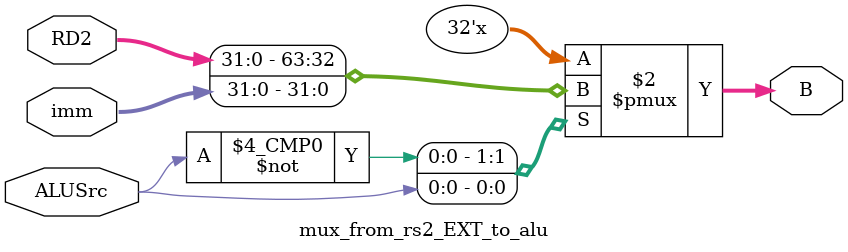
<source format=v>
module mux_from_rs2_EXT_to_alu(input ALUSrc,
                               input [31:0] RD2,
                               input [31:0] imm,
                               output reg [31:0] B);
    always @(*) begin
        case (ALUSrc)
            1'b0:begin
                B <= RD2;
            end
            1'b1:begin
                B <= imm;
            end
        endcase
    end
endmodule

</source>
